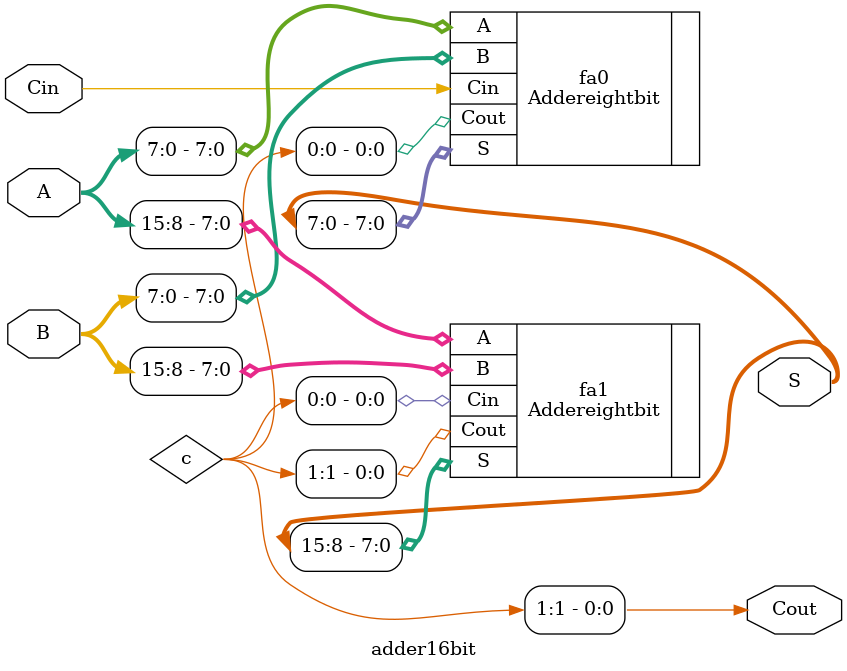
<source format=v>
module adder16bit
(
	input  [15:0]A,
	input  [15:0]B,
	input        Cin,
	output [15:0]S,
	output       Cout
);

wire [1:0]c;

Addereightbit fa0 
(
.A(A[7:0]),
.B(B[7:0]),
.Cin(Cin),
.S(S[7:0]),
.Cout(c[0])
);


Addereightbit fa1 
(
.A(A[15:8]),
.B(B[15:8]),
.Cin(c[0]),
.S(S[15:8]),
.Cout(c[1])
);

assign Cout= c[1];



endmodule
</source>
